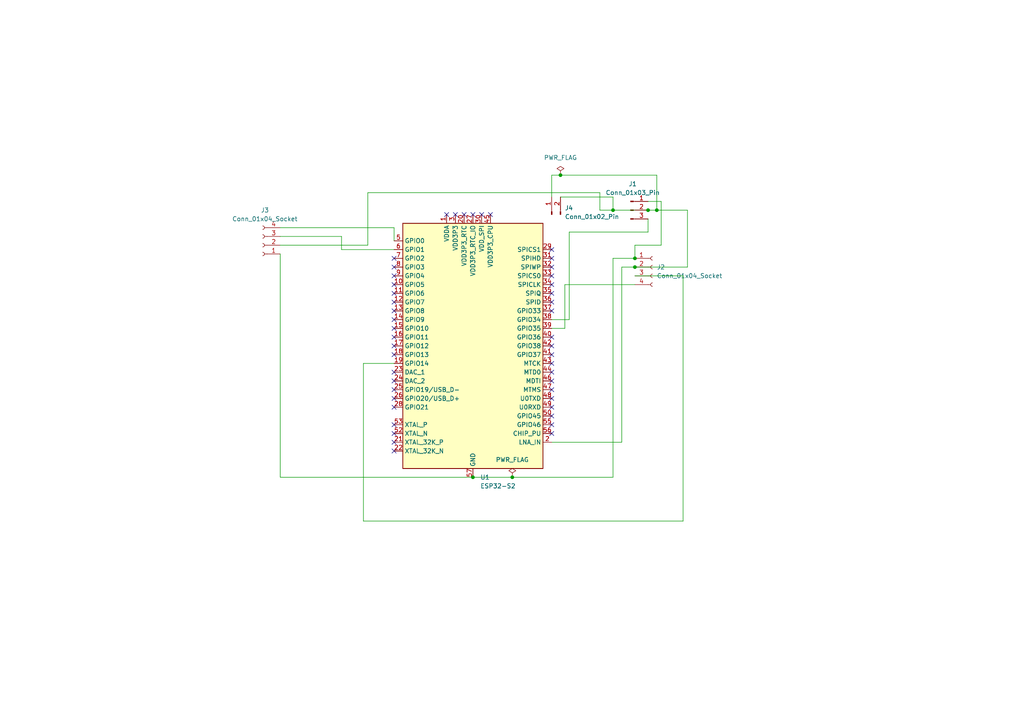
<source format=kicad_sch>
(kicad_sch (version 20250114) (generator "eeschema") (generator_version "9.0")
  (paper "A4")
  (lib_symbols
    (symbol "Connector:Conn_01x02_Pin" (pin_names (offset 1.016) (hide yes))
      (property "Reference" "J" (at 0 2.54 0))
      (property "Value" "Conn_01x02_Pin" (at 0 -5.08 0))
      (symbol "Conn_01x02_Pin_1_1"
        (rectangle (start 0.8636 0.127) (end 0 -0.127) (stroke (width 0.1524)) (fill (type outline)))
        (rectangle (start 0.8636 -2.413) (end 0 -2.667) (stroke (width 0.1524)) (fill (type outline)))
        (polyline (pts (xy 1.27 0) (xy 0.8636 0)) (stroke (width 0.1524)))
        (polyline (pts (xy 1.27 -2.54) (xy 0.8636 -2.54)) (stroke (width 0.1524)))
        (pin passive line (at 5.08 0 180) (length 3.81) (name "Pin_1") (number "1"))
        (pin passive line (at 5.08 -2.54 180) (length 3.81) (name "Pin_2") (number "2"))
      )
    )
    (symbol "Connector:Conn_01x03_Pin" (pin_names (offset 1.016) (hide yes))
      (property "Reference" "J" (at 0 5.08 0))
      (property "Value" "Conn_01x03_Pin" (at 0 -5.08 0))
      (symbol "Conn_01x03_Pin_1_1"
        (rectangle (start 0.8636 2.667) (end 0 2.413) (stroke (width 0.1524)) (fill (type outline)))
        (rectangle (start 0.8636 0.127) (end 0 -0.127) (stroke (width 0.1524)) (fill (type outline)))
        (rectangle (start 0.8636 -2.413) (end 0 -2.667) (stroke (width 0.1524)) (fill (type outline)))
        (polyline (pts (xy 1.27 2.54) (xy 0.8636 2.54)) (stroke (width 0.1524)))
        (polyline (pts (xy 1.27 0) (xy 0.8636 0)) (stroke (width 0.1524)))
        (polyline (pts (xy 1.27 -2.54) (xy 0.8636 -2.54)) (stroke (width 0.1524)))
        (pin passive line (at 5.08 2.54 180) (length 3.81) (name "Pin_1") (number "1"))
        (pin passive line (at 5.08 0 180) (length 3.81) (name "Pin_2") (number "2"))
        (pin passive line (at 5.08 -2.54 180) (length 3.81) (name "Pin_3") (number "3"))
      )
    )
    (symbol "Connector:Conn_01x04_Socket" (pin_names (offset 1.016) (hide yes))
      (property "Reference" "J" (at 0 5.08 0))
      (property "Value" "Conn_01x04_Socket" (at 0 -7.62 0))
      (symbol "Conn_01x04_Socket_1_1"
        (polyline (pts (xy -1.27 2.54) (xy -0.508 2.54)) (stroke (width 0.1524)))
        (polyline (pts (xy -1.27 0) (xy -0.508 0)) (stroke (width 0.1524)))
        (polyline (pts (xy -1.27 -2.54) (xy -0.508 -2.54)) (stroke (width 0.1524)))
        (polyline (pts (xy -1.27 -5.08) (xy -0.508 -5.08)) (stroke (width 0.1524)))
        (arc (start 0 2.032) (mid -0.5058 2.54) (end 0 3.048) (stroke (width 0.1524)))
        (arc (start 0 -0.508) (mid -0.5058 0) (end 0 0.508) (stroke (width 0.1524)))
        (arc (start 0 -3.048) (mid -0.5058 -2.54) (end 0 -2.032) (stroke (width 0.1524)))
        (arc (start 0 -5.588) (mid -0.5058 -5.08) (end 0 -4.572) (stroke (width 0.1524)))
        (pin passive line (at -5.08 2.54 0) (length 3.81) (name "Pin_1") (number "1"))
        (pin passive line (at -5.08 0 0) (length 3.81) (name "Pin_2") (number "2"))
        (pin passive line (at -5.08 -2.54 0) (length 3.81) (name "Pin_3") (number "3"))
        (pin passive line (at -5.08 -5.08 0) (length 3.81) (name "Pin_4") (number "4"))
      )
    )
    (symbol "MCU_Espressif:ESP32-S2"
      (property "Reference" "U" (at 12.7 -38.1 0))
      (property "Value" "ESP32-S2" (at 16.51 -40.64 0))
      (symbol "ESP32-S2_0_1"
        (rectangle (start -20.32 35.56) (end 20.32 -35.56) (stroke (width 0.254)) (fill (type background)))
      )
      (symbol "ESP32-S2_1_1"
        (pin bidirectional line (at -22.86 30.48 0) (length 2.54) (name "GPIO0") (number "5"))
        (pin bidirectional line (at -22.86 27.94 0) (length 2.54) (name "GPIO1") (number "6"))
        (pin bidirectional line (at -22.86 25.4 0) (length 2.54) (name "GPIO2") (number "7"))
        (pin bidirectional line (at -22.86 22.86 0) (length 2.54) (name "GPIO3") (number "8"))
        (pin bidirectional line (at -22.86 20.32 0) (length 2.54) (name "GPIO4") (number "9"))
        (pin bidirectional line (at -22.86 17.78 0) (length 2.54) (name "GPIO5") (number "10"))
        (pin bidirectional line (at -22.86 15.24 0) (length 2.54) (name "GPIO6") (number "11"))
        (pin bidirectional line (at -22.86 12.7 0) (length 2.54) (name "GPIO7") (number "12"))
        (pin bidirectional line (at -22.86 10.16 0) (length 2.54) (name "GPIO8") (number "13"))
        (pin bidirectional line (at -22.86 7.62 0) (length 2.54) (name "GPIO9") (number "14"))
        (pin bidirectional line (at -22.86 5.08 0) (length 2.54) (name "GPIO10") (number "15"))
        (pin bidirectional line (at -22.86 2.54 0) (length 2.54) (name "GPIO11") (number "16"))
        (pin bidirectional line (at -22.86 0 0) (length 2.54) (name "GPIO12") (number "17"))
        (pin bidirectional line (at -22.86 -2.54 0) (length 2.54) (name "GPIO13") (number "18"))
        (pin bidirectional line (at -22.86 -5.08 0) (length 2.54) (name "GPIO14") (number "19"))
        (pin bidirectional line (at -22.86 -7.62 0) (length 2.54) (name "DAC_1") (number "23"))
        (pin bidirectional line (at -22.86 -10.16 0) (length 2.54) (name "DAC_2") (number "24"))
        (pin bidirectional line (at -22.86 -12.7 0) (length 2.54) (name "GPIO19/USB_D-") (number "25"))
        (pin bidirectional line (at -22.86 -15.24 0) (length 2.54) (name "GPIO20/USB_D+") (number "26"))
        (pin bidirectional line (at -22.86 -17.78 0) (length 2.54) (name "GPIO21") (number "28"))
        (pin input line (at -22.86 -22.86 0) (length 2.54) (name "XTAL_P") (number "53"))
        (pin output line (at -22.86 -25.4 0) (length 2.54) (name "XTAL_N") (number "52"))
        (pin passive line (at -22.86 -27.94 0) (length 2.54) (name "XTAL_32K_P") (number "21"))
        (pin passive line (at -22.86 -30.48 0) (length 2.54) (name "XTAL_32K_N") (number "22"))
        (pin power_in line (at -7.62 38.1 270) (length 2.54) (name "VDDA") (number "1"))
        (pin passive line (at -7.62 38.1 270) (length 2.54) (hide yes) (name "VDDA") (number "51"))
        (pin passive line (at -7.62 38.1 270) (length 2.54) (hide yes) (name "VDDA") (number "54"))
        (pin power_in line (at -5.08 38.1 270) (length 2.54) (name "VDD3P3") (number "3"))
        (pin passive line (at -5.08 38.1 270) (length 2.54) (hide yes) (name "VDD3P3") (number "4"))
        (pin power_in line (at -2.54 38.1 270) (length 2.54) (name "VDD3P3_RTC") (number "20"))
        (pin power_in line (at 0 38.1 270) (length 2.54) (name "VDD3P3_RTC_IO") (number "27"))
        (pin power_in line (at 0 -38.1 90) (length 2.54) (name "GND") (number "57"))
        (pin power_out line (at 2.54 38.1 270) (length 2.54) (name "VDD_SPI") (number "30"))
        (pin power_in line (at 5.08 38.1 270) (length 2.54) (name "VDD3P3_CPU") (number "45"))
        (pin bidirectional line (at 22.86 27.94 180) (length 2.54) (name "SPICS1") (number "29"))
        (pin bidirectional line (at 22.86 25.4 180) (length 2.54) (name "SPIHD") (number "31"))
        (pin bidirectional line (at 22.86 22.86 180) (length 2.54) (name "SPIWP") (number "32"))
        (pin bidirectional line (at 22.86 20.32 180) (length 2.54) (name "SPICS0") (number "33"))
        (pin bidirectional line (at 22.86 17.78 180) (length 2.54) (name "SPICLK") (number "34"))
        (pin bidirectional line (at 22.86 15.24 180) (length 2.54) (name "SPIQ") (number "35"))
        (pin bidirectional line (at 22.86 12.7 180) (length 2.54) (name "SPID") (number "36"))
        (pin bidirectional line (at 22.86 10.16 180) (length 2.54) (name "GPIO33") (number "37"))
        (pin bidirectional line (at 22.86 7.62 180) (length 2.54) (name "GPIO34") (number "38"))
        (pin bidirectional line (at 22.86 5.08 180) (length 2.54) (name "GPIO35") (number "39"))
        (pin bidirectional line (at 22.86 2.54 180) (length 2.54) (name "GPIO36") (number "40"))
        (pin bidirectional line (at 22.86 0 180) (length 2.54) (name "GPIO38") (number "42"))
        (pin bidirectional line (at 22.86 -2.54 180) (length 2.54) (name "GPIO37") (number "41"))
        (pin bidirectional line (at 22.86 -5.08 180) (length 2.54) (name "MTCK") (number "43"))
        (pin bidirectional line (at 22.86 -7.62 180) (length 2.54) (name "MTD0") (number "44"))
        (pin bidirectional line (at 22.86 -10.16 180) (length 2.54) (name "MDTI") (number "46"))
        (pin bidirectional line (at 22.86 -12.7 180) (length 2.54) (name "MTMS") (number "47"))
        (pin bidirectional line (at 22.86 -15.24 180) (length 2.54) (name "U0TXD") (number "48"))
        (pin bidirectional line (at 22.86 -17.78 180) (length 2.54) (name "U0RXD") (number "49"))
        (pin bidirectional line (at 22.86 -20.32 180) (length 2.54) (name "GPIO45") (number "50"))
        (pin input line (at 22.86 -22.86 180) (length 2.54) (name "GPIO46") (number "55"))
        (pin input line (at 22.86 -25.4 180) (length 2.54) (name "CHIP_PU") (number "56"))
        (pin bidirectional line (at 22.86 -27.94 180) (length 2.54) (name "LNA_IN") (number "2"))
      )
    )
    (symbol "power:PWR_FLAG" (power) (pin_numbers (hide yes)) (pin_names (offset 0) (hide yes))
      (property "Value" "PWR_FLAG" (at 0 3.81 0))
      (symbol "PWR_FLAG_0_0"
        (pin power_out line (at 0 0 90) (length 0) (name "~") (number "1"))
      )
      (symbol "PWR_FLAG_0_1"
        (polyline (pts (xy 0 0) (xy 0 1.27) (xy -1.016 1.905) (xy 0 2.54) (xy 1.016 1.905) (xy 0 1.27)))
      )
    )
  )
  (junction (at 184.15 77.47))
  (junction (at 190.5 60.96))
  (junction (at 184.15 74.93))
  (junction (at 187.96 60.96))
  (junction (at 137.16 138.43))
  (junction (at 177.8 60.96))
  (junction (at 148.59 138.43))
  (junction (at 162.56 50.8))
  (no_connect (at 160.02 90.17))
  (no_connect (at 114.3 74.93))
  (no_connect (at 160.02 87.63))
  (no_connect (at 160.02 118.11))
  (no_connect (at 142.24 62.23))
  (no_connect (at 129.54 62.23))
  (no_connect (at 114.3 97.79))
  (no_connect (at 160.02 115.57))
  (no_connect (at 160.02 72.39))
  (no_connect (at 114.3 118.11))
  (no_connect (at 114.3 85.09))
  (no_connect (at 114.3 130.81))
  (no_connect (at 160.02 125.73))
  (no_connect (at 160.02 74.93))
  (no_connect (at 114.3 82.55))
  (no_connect (at 114.3 80.01))
  (no_connect (at 114.3 113.03))
  (no_connect (at 160.02 110.49))
  (no_connect (at 114.3 123.19))
  (no_connect (at 114.3 125.73))
  (no_connect (at 114.3 115.57))
  (no_connect (at 137.16 62.23))
  (no_connect (at 114.3 87.63))
  (no_connect (at 139.7 62.23))
  (no_connect (at 134.62 62.23))
  (no_connect (at 160.02 77.47))
  (no_connect (at 160.02 102.87))
  (no_connect (at 114.3 90.17))
  (no_connect (at 160.02 113.03))
  (no_connect (at 114.3 92.71))
  (no_connect (at 160.02 123.19))
  (no_connect (at 160.02 80.01))
  (no_connect (at 114.3 100.33))
  (no_connect (at 114.3 102.87))
  (no_connect (at 114.3 77.47))
  (no_connect (at 160.02 82.55))
  (no_connect (at 160.02 120.65))
  (no_connect (at 160.02 97.79))
  (no_connect (at 114.3 95.25))
  (no_connect (at 132.08 62.23))
  (no_connect (at 114.3 128.27))
  (no_connect (at 160.02 85.09))
  (no_connect (at 114.3 110.49))
  (no_connect (at 160.02 105.41))
  (no_connect (at 160.02 107.95))
  (no_connect (at 160.02 100.33))
  (no_connect (at 114.3 107.95))
  (wire (pts (xy 81.28 138.43) (xy 137.16 138.43)))
  (wire (pts (xy 198.12 80.01) (xy 198.12 151.13)))
  (wire (pts (xy 148.59 138.43) (xy 137.16 138.43)))
  (wire (pts (xy 191.77 71.12) (xy 184.15 71.12)))
  (wire (pts (xy 105.41 151.13) (xy 105.41 105.41)))
  (wire (pts (xy 173.99 60.96) (xy 177.8 60.96)))
  (wire (pts (xy 105.41 105.41) (xy 114.3 105.41)))
  (wire (pts (xy 190.5 60.96) (xy 199.39 60.96)))
  (wire (pts (xy 199.39 60.96) (xy 199.39 77.47)))
  (wire (pts (xy 165.1 92.71) (xy 160.02 92.71)))
  (wire (pts (xy 160.02 57.15) (xy 160.02 50.8)))
  (wire (pts (xy 162.56 50.8) (xy 190.5 50.8)))
  (wire (pts (xy 162.56 57.15) (xy 177.8 57.15)))
  (wire (pts (xy 190.5 50.8) (xy 190.5 60.96)))
  (wire (pts (xy 187.96 58.42) (xy 191.77 58.42)))
  (wire (pts (xy 187.96 67.31) (xy 165.1 67.31)))
  (wire (pts (xy 160.02 128.27) (xy 180.34 128.27)))
  (wire (pts (xy 184.15 82.55) (xy 163.83 82.55)))
  (wire (pts (xy 180.34 77.47) (xy 184.15 77.47)))
  (wire (pts (xy 106.68 71.12) (xy 106.68 55.88)))
  (wire (pts (xy 198.12 151.13) (xy 105.41 151.13)))
  (wire (pts (xy 184.15 71.12) (xy 184.15 74.93)))
  (wire (pts (xy 81.28 66.04) (xy 114.3 66.04)))
  (wire (pts (xy 81.28 71.12) (xy 106.68 71.12)))
  (wire (pts (xy 99.06 72.39) (xy 114.3 72.39)))
  (wire (pts (xy 187.96 60.96) (xy 190.5 60.96)))
  (wire (pts (xy 184.15 74.93) (xy 177.8 74.93)))
  (wire (pts (xy 191.77 58.42) (xy 191.77 71.12)))
  (wire (pts (xy 177.8 74.93) (xy 177.8 138.43)))
  (wire (pts (xy 81.28 73.66) (xy 81.28 138.43)))
  (wire (pts (xy 163.83 82.55) (xy 163.83 95.25)))
  (wire (pts (xy 177.8 57.15) (xy 177.8 60.96)))
  (wire (pts (xy 173.99 55.88) (xy 173.99 60.96)))
  (wire (pts (xy 177.8 138.43) (xy 148.59 138.43)))
  (wire (pts (xy 184.15 80.01) (xy 198.12 80.01)))
  (wire (pts (xy 180.34 128.27) (xy 180.34 77.47)))
  (wire (pts (xy 106.68 55.88) (xy 173.99 55.88)))
  (wire (pts (xy 199.39 77.47) (xy 184.15 77.47)))
  (wire (pts (xy 187.96 63.5) (xy 187.96 67.31)))
  (wire (pts (xy 163.83 95.25) (xy 160.02 95.25)))
  (wire (pts (xy 160.02 50.8) (xy 162.56 50.8)))
  (wire (pts (xy 99.06 68.58) (xy 99.06 72.39)))
  (wire (pts (xy 114.3 66.04) (xy 114.3 69.85)))
  (wire (pts (xy 165.1 67.31) (xy 165.1 92.71)))
  (wire (pts (xy 81.28 68.58) (xy 99.06 68.58)))
  (wire (pts (xy 177.8 60.96) (xy 187.96 60.96)))
  (symbol (lib_id "Connector:Conn_01x04_Socket") (at 189.23 77.47 0) (unit 1)
    (property "Reference" "J2" (at 190.5 77.4699 0) (effects (justify left)))
    (property "Value" "Conn_01x04_Socket" (at 190.5 80.0099 0) (effects (justify left)))
    (property "Footprint" "TerminalBlock:TerminalBlock_bornier-4_P5.08mm" (effects (hide yes)))
    (property "Description" "Generic connector, single row, 01x04, script generated" (effects (hide yes)))
  )
  (symbol (lib_id "Connector:Conn_01x02_Pin") (at 160.02 62.23 90) (unit 1)
    (property "Reference" "J4" (at 163.83 60.3249 90) (effects (justify right)))
    (property "Value" "Conn_01x02_Pin" (at 163.83 62.8649 90) (effects (justify right)))
    (property "Footprint" "TerminalBlock:TerminalBlock_bornier-2_P5.08mm" (effects (hide yes)))
    (property "Description" "Generic connector, single row, 01x02, script generated" (effects (hide yes)))
  )
  (symbol (lib_id "power:PWR_FLAG") (at 162.56 50.8 0) (unit 1)
    (property "Reference" "#FLG01" (effects (hide yes)))
    (property "Value" "PWR_FLAG" (at 162.56 45.72 0))
    (property "Description" "Special symbol for telling ERC where power comes from" (effects (hide yes)))
  )
  (symbol (lib_id "MCU_Espressif:ESP32-S2") (at 137.16 100.33 0) (unit 1)
    (property "Reference" "U1" (at 139.3033 138.43 0) (effects (justify left)))
    (property "Value" "ESP32-S2" (at 139.3033 140.97 0) (effects (justify left)))
    (property "Footprint" "Package_DFN_QFN:QFN-56-1EP_7x7mm_P0.4mm_EP4x4mm" (effects (hide yes)))
    (property "Datasheet" "https://www.espressif.com/sites/default/files/documentation/esp32-s2_datasheet_en.pdf" (effects (hide yes)))
    (property "Description" "Microcontroller, Wi-Fi 802.11b/g/n, Bluetooth, 32bit" (effects (hide yes)))
  )
  (symbol (lib_id "power:PWR_FLAG") (at 148.59 138.43 0) (unit 1)
    (property "Reference" "#FLG02" (effects (hide yes)))
    (property "Value" "PWR_FLAG" (at 148.59 133.35 0))
    (property "Description" "Special symbol for telling ERC where power comes from" (effects (hide yes)))
  )
  (symbol (lib_id "Connector:Conn_01x03_Pin") (at 182.88 60.96 0) (unit 1)
    (property "Reference" "J1" (at 183.515 53.34 0))
    (property "Value" "Conn_01x03_Pin" (at 183.515 55.88 0))
    (property "Footprint" "TerminalBlock:TerminalBlock_bornier-3_P5.08mm" (effects (hide yes)))
    (property "Description" "Generic connector, single row, 01x03, script generated" (effects (hide yes)))
  )
  (symbol (lib_id "Connector:Conn_01x04_Socket") (at 76.2 71.12 180) (unit 1)
    (property "Reference" "J3" (at 76.835 60.96 0))
    (property "Value" "Conn_01x04_Socket" (at 76.835 63.5 0))
    (property "Footprint" "TerminalBlock:TerminalBlock_bornier-4_P5.08mm" (effects (hide yes)))
    (property "Description" "Generic connector, single row, 01x04, script generated" (effects (hide yes)))
  )
)
</source>
